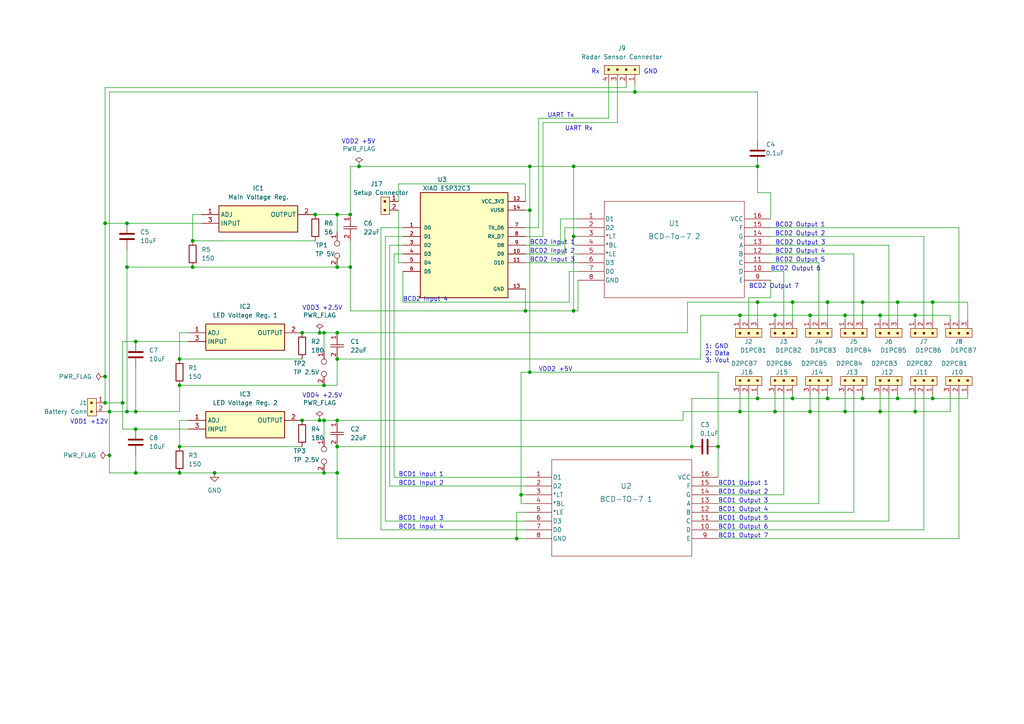
<source format=kicad_sch>
(kicad_sch (version 20230121) (generator eeschema)
  (paper "A4")
  (title_block (title "SDP25 Team18 Main PCB") (date "2024-10-25") (rev "1") (company "UMass Amherst") (comment 1 "Designed by Nathan Robinson") (comment 2 "Sam Chicoine") (comment 3 "Alex Johnson") (comment 4 "Kyle Greenwood"))
  (lib_symbols
    (symbol "113991054:113991054" (pin_names (offset 1.016))
      (property "Reference" "U" (at -12.7 16.002 0))
      (property "Value" "113991054" (at -12.7 -17.78 0))
      (symbol "113991054_0_0"
        (pin bidirectional line (at -17.78 5.08 0) (length 5.08) (name "D0") (number "1"))
        (pin bidirectional line (at 17.78 -2.54 180) (length 5.08) (name "D9") (number "10"))
        (pin bidirectional line (at 17.78 -5.08 180) (length 5.08) (name "D10") (number "11"))
        (pin power_in line (at 17.78 12.7 180) (length 5.08) (name "VCC_3V3") (number "12"))
        (pin power_in line (at 17.78 -12.7 180) (length 5.08) (name "GND") (number "13"))
        (pin power_in line (at 17.78 10.16 180) (length 5.08) (name "VUSB") (number "14"))
        (pin bidirectional line (at -17.78 2.54 0) (length 5.08) (name "D1") (number "2"))
        (pin bidirectional line (at -17.78 0 0) (length 5.08) (name "D2") (number "3"))
        (pin bidirectional line (at -17.78 -2.54 0) (length 5.08) (name "D3") (number "4"))
        (pin bidirectional line (at -17.78 -5.08 0) (length 5.08) (name "D4") (number "5"))
        (pin bidirectional line (at -17.78 -7.62 0) (length 5.08) (name "D5") (number "6"))
        (pin bidirectional line (at 17.78 5.08 180) (length 5.08) (name "TX_D6") (number "7"))
        (pin bidirectional line (at 17.78 2.54 180) (length 5.08) (name "RX_D7") (number "8"))
        (pin bidirectional line (at 17.78 0 180) (length 5.08) (name "D8") (number "9"))
      )
    )
    (symbol "2024-10-17_18-41-22:CD74HCT4511E" (pin_names (offset 0.254))
      (property "Reference" "U1" (at 27.94 -1.27 0))
      (property "Value" "BCD-To-7 2" (at 27.94 -5.08 0))
      (symbol "CD74HCT4511E_0_1"
        (pin input line (at 0 0 0) (length 7.62) (name "D1") (number "1"))
        (pin output line (at 55.88 -15.24 180) (length 7.62) (name "D") (number "10"))
        (pin output line (at 55.88 -12.7 180) (length 7.62) (name "C") (number "11"))
        (pin output line (at 55.88 -10.16 180) (length 7.62) (name "B") (number "12"))
        (pin output line (at 55.88 -7.62 180) (length 7.62) (name "A") (number "13"))
        (pin output line (at 55.88 -5.08 180) (length 7.62) (name "G") (number "14"))
        (pin output line (at 55.88 -2.54 180) (length 7.62) (name "F") (number "15"))
        (pin power_in line (at 55.88 0 180) (length 7.62) (name "VCC") (number "16"))
        (pin input line (at 0 -2.54 0) (length 7.62) (name "D2") (number "2"))
        (pin input line (at 0 -5.08 0) (length 7.62) (name "*LT") (number "3"))
        (pin input line (at 0 -7.62 0) (length 7.62) (name "*BL") (number "4"))
        (pin input line (at 0 -10.16 0) (length 7.62) (name "*LE") (number "5"))
        (pin input line (at 0 -12.7 0) (length 7.62) (name "D3") (number "6"))
        (pin input line (at 0 -15.24 0) (length 7.62) (name "D0") (number "7"))
        (pin power_in line (at 0 -17.78 0) (length 7.62) (name "GND") (number "8"))
        (pin output line (at 55.88 -17.78 180) (length 7.62) (name "E") (number "9"))
      )
    )
    (symbol "AZ1084CD-ADJTRG1:AZ1084CD-ADJTRG1"
      (property "Reference" "IC" (at 29.21 7.62 0))
      (property "Value" "AZ1084CD-ADJTRG1" (at 29.21 5.08 0))
      (symbol "AZ1084CD-ADJTRG1_1_1"
        (pin passive line (at 0 0 0) (length 5.08) (name "ADJ") (number "1"))
        (pin passive line (at 33.02 0 180) (length 5.08) (name "OUTPUT") (number "2"))
        (pin passive line (at 0 -2.54 0) (length 5.08) (name "INPUT") (number "3"))
      )
    )
    (symbol "CD74HCT4511E_1" (pin_names (offset 0.254))
      (property "Reference" "U2" (at 29.21 -2.54 0))
      (property "Value" "BCD-TO-7 1" (at 29.21 -6.35 0))
      (symbol "CD74HCT4511E_1_0_1"
        (pin input line (at 0 0 0) (length 7.62) (name "D1") (number "1"))
        (pin output line (at 55.88 -15.24 180) (length 7.62) (name "D") (number "10"))
        (pin output line (at 55.88 -12.7 180) (length 7.62) (name "C") (number "11"))
        (pin output line (at 55.88 -10.16 180) (length 7.62) (name "B") (number "12"))
        (pin output line (at 55.88 -7.62 180) (length 7.62) (name "A") (number "13"))
        (pin output line (at 55.88 -5.08 180) (length 7.62) (name "G") (number "14"))
        (pin output line (at 55.88 -2.54 180) (length 7.62) (name "F") (number "15"))
        (pin power_in line (at 55.88 0 180) (length 7.62) (name "VCC") (number "16"))
        (pin input line (at 0 -2.54 0) (length 7.62) (name "D2") (number "2"))
        (pin input line (at 0 -5.08 0) (length 7.62) (name "*LT") (number "3"))
        (pin input line (at 0 -7.62 0) (length 7.62) (name "*BL") (number "4"))
        (pin input line (at 0 -10.16 0) (length 7.62) (name "*LE") (number "5"))
        (pin input line (at 0 -12.7 0) (length 7.62) (name "D3") (number "6"))
        (pin input line (at 0 -15.24 0) (length 7.62) (name "D0") (number "7"))
        (pin power_in line (at 0 -17.78 0) (length 7.62) (name "GND") (number "8"))
        (pin output line (at 55.88 -17.78 180) (length 7.62) (name "E") (number "9"))
      )
    )
    (symbol "Connector:TestPoint_2Pole" (pin_names (offset 0.762) hide)
      (property "Reference" "TP" (at 0 1.524 0))
      (property "Value" "TestPoint_2Pole" (at 0 -1.778 0))
      (symbol "TestPoint_2Pole_0_1"
        (pin passive line (at -5.08 0 0) (length 2.54) (name "1") (number "1"))
        (pin passive line (at 5.08 0 180) (length 2.54) (name "2") (number "2"))
      )
    )
    (symbol "Device:C" (pin_numbers hide) (pin_names (offset 0.254))
      (property "Reference" "C" (at 0.635 2.54 0))
      (property "Value" "C" (at 0.635 -2.54 0))
      (symbol "C_1_1"
        (pin passive line (at 0 3.81 270) (length 2.794) (name "~") (number "1"))
        (pin passive line (at 0 -3.81 90) (length 2.794) (name "~") (number "2"))
      )
    )
    (symbol "Device:R" (pin_numbers hide) (pin_names (offset 0))
      (property "Reference" "R" (at 2.032 0 90))
      (property "Value" "R" (at 0 0 90))
      (symbol "R_1_1"
        (pin passive line (at 0 3.81 270) (length 1.27) (name "~") (number "1"))
        (pin passive line (at 0 -3.81 90) (length 1.27) (name "~") (number "2"))
      )
    )
    (symbol "EEAGA1H220:EEAGA1H220" (pin_names (offset 0.254))
      (property "Reference" "C" (at 3.81 3.81 0))
      (property "Value" "EEAGA1H220" (at 3.81 -3.81 0))
      (symbol "EEAGA1H220_1_1"
        (pin unspecified line (at 0 0 0) (length 2.54) (name "") (number "1"))
        (pin unspecified line (at 7.62 0 180) (length 2.54) (name "") (number "2"))
      )
    )
    (symbol "dk_Rectangular-Connectors-Headers-Male-Pins:B2B-XH-A_LF__SN_" (pin_names (offset 1.016))
      (property "Reference" "J" (at -2.54 -1.27 0))
      (property "Value" "B2B-XH-A_LF__SN_" (at 1.27 -3.81 0))
      (symbol "B2B-XH-A_LF__SN__1_1"
        (pin passive line (at 0 2.54 270) (length 2.54) (name "~") (number "1"))
        (pin passive line (at 2.54 2.54 270) (length 2.54) (name "~") (number "2"))
      )
    )
    (symbol "dk_Rectangular-Connectors-Headers-Male-Pins:B3B-XH-A_LF__SN_" (pin_names (offset 1.016) hide)
      (property "Reference" "J" (at -2.54 -1.27 0))
      (property "Value" "B3B-XH-A_LF__SN_" (at 2.54 -3.81 0))
      (symbol "B3B-XH-A_LF__SN__1_1"
        (pin passive line (at 0 2.54 270) (length 2.54) (name "~") (number "1"))
        (pin passive line (at 2.54 2.54 270) (length 2.54) (name "~") (number "2"))
        (pin passive line (at 5.08 2.54 270) (length 2.54) (name "~") (number "3"))
      )
    )
    (symbol "dk_Rectangular-Connectors-Headers-Male-Pins:B4B-XH-A_LF__SN_" (pin_names (offset 1.016))
      (property "Reference" "J" (at -2.54 -1.27 0))
      (property "Value" "B4B-XH-A_LF__SN_" (at 3.81 -3.81 0))
      (symbol "B4B-XH-A_LF__SN__1_1"
        (pin passive line (at 0 2.54 270) (length 2.54) (name "~") (number "1"))
        (pin passive line (at 2.54 2.54 270) (length 2.54) (name "~") (number "2"))
        (pin passive line (at 5.08 2.54 270) (length 2.54) (name "~") (number "3"))
        (pin passive line (at 7.62 2.54 270) (length 2.54) (name "~") (number "4"))
      )
    )
    (symbol "dk_Rectangular-Connectors-Headers-Male-Pins:M20-9990246" (pin_names (offset 1.016))
      (property "Reference" "J" (at -2.54 1.27 0))
      (property "Value" "M20-9990246" (at 1.27 -3.81 0))
      (symbol "M20-9990246_1_1"
        (pin passive line (at 0 2.54 270) (length 2.54) (name "~") (number "1"))
        (pin passive line (at 2.54 2.54 270) (length 2.54) (name "~") (number "2"))
      )
    )
    (symbol "power:GND" (power) (pin_names (offset 0))
      (property "Value" "GND" (at 0 -3.81 0))
      (symbol "GND_1_1"
        (pin power_in line (at 0 0 270) (length 0) hide (name "GND") (number "1"))
      )
    )
    (symbol "power:PWR_FLAG" (power) (pin_numbers hide) (pin_names (offset 0) hide)
      (property "Value" "PWR_FLAG" (at 0 3.81 0))
      (symbol "PWR_FLAG_0_0"
        (pin power_out line (at 0 0 90) (length 0) (name "pwr") (number "1"))
      )
    )
  )
  (junction (at 97.79 62.23))
  (junction (at 240.03 115.57))
  (junction (at 52.07 129.54))
  (junction (at 101.6 62.23))
  (junction (at 104.14 48.26))
  (junction (at 55.88 77.47))
  (junction (at 219.71 115.57))
  (junction (at 240.03 87.63))
  (junction (at 36.83 77.47))
  (junction (at 149.86 156.21))
  (junction (at 153.67 60.96))
  (junction (at 92.71 96.52))
  (junction (at 224.79 119.38))
  (junction (at 270.51 87.63))
  (junction (at 208.28 129.54))
  (junction (at 30.48 109.22))
  (junction (at 184.15 26.67))
  (junction (at 260.35 87.63))
  (junction (at 30.48 116.84))
  (junction (at 93.98 137.16))
  (junction (at 166.37 90.17))
  (junction (at 255.27 119.38))
  (junction (at 166.37 68.58))
  (junction (at 214.63 91.44))
  (junction (at 245.11 91.44))
  (junction (at 62.23 137.16))
  (junction (at 245.11 119.38))
  (junction (at 255.27 91.44))
  (junction (at 39.37 119.38))
  (junction (at 87.63 96.52))
  (junction (at 93.98 121.92))
  (junction (at 93.98 111.76))
  (junction (at 152.4 90.17))
  (junction (at 35.56 116.84))
  (junction (at 265.43 91.44))
  (junction (at 219.71 48.26))
  (junction (at 55.88 69.85))
  (junction (at 97.79 137.16))
  (junction (at 234.95 91.44))
  (junction (at 250.19 87.63))
  (junction (at 265.43 119.38))
  (junction (at 36.83 119.38))
  (junction (at 224.79 91.44))
  (junction (at 92.71 121.92))
  (junction (at 31.75 119.38))
  (junction (at 39.37 137.16))
  (junction (at 97.79 96.52))
  (junction (at 200.66 129.54))
  (junction (at 93.98 96.52))
  (junction (at 229.87 87.63))
  (junction (at 97.79 129.54))
  (junction (at 153.67 48.26))
  (junction (at 229.87 115.57))
  (junction (at 91.44 62.23))
  (junction (at 97.79 77.47))
  (junction (at 101.6 77.47))
  (junction (at 52.07 137.16))
  (junction (at 151.13 143.51))
  (junction (at 97.79 121.92))
  (junction (at 39.37 124.46))
  (junction (at 97.79 104.14))
  (junction (at 153.67 107.95))
  (junction (at 260.35 115.57))
  (junction (at 52.07 104.14))
  (junction (at 166.37 48.26))
  (junction (at 39.37 99.06))
  (junction (at 87.63 121.92))
  (junction (at 270.51 115.57))
  (junction (at 250.19 115.57))
  (junction (at 36.83 64.77))
  (junction (at 52.07 111.76))
  (junction (at 30.48 64.77))
  (junction (at 214.63 119.38))
  (junction (at 219.71 87.63))
  (junction (at 31.75 132.08))
  (junction (at 234.95 119.38))
  (wire (pts (xy 219.71 114.3) (xy 219.71 115.57)))
  (wire (pts (xy 91.44 62.23) (xy 97.79 62.23)))
  (wire (pts (xy 101.6 69.85) (xy 101.6 77.47)))
  (wire (pts (xy 223.52 76.2) (xy 237.49 76.2)))
  (wire (pts (xy 223.52 63.5) (xy 223.52 55.88)))
  (wire (pts (xy 237.49 76.2) (xy 237.49 92.71)))
  (wire (pts (xy 152.4 71.12) (xy 162.56 71.12)))
  (wire (pts (xy 104.14 48.26) (xy 153.67 48.26)))
  (wire (pts (xy 227.33 114.3) (xy 227.33 143.51)))
  (wire (pts (xy 219.71 87.63) (xy 219.71 92.71)))
  (wire (pts (xy 36.83 72.39) (xy 36.83 77.47)))
  (wire (pts (xy 234.95 114.3) (xy 234.95 119.38)))
  (wire (pts (xy 31.75 26.67) (xy 31.75 119.38)))
  (wire (pts (xy 257.81 151.13) (xy 208.28 151.13)))
  (wire (pts (xy 250.19 114.3) (xy 250.19 115.57)))
  (wire (pts (xy 280.67 114.3) (xy 280.67 115.57)))
  (wire (pts (xy 152.4 66.04) (xy 156.21 66.04)))
  (wire (pts (xy 275.59 119.38) (xy 265.43 119.38)))
  (wire (pts (xy 152.4 76.2) (xy 167.64 76.2)))
  (wire (pts (xy 93.98 121.92) (xy 97.79 121.92)))
  (wire (pts (xy 30.48 64.77) (xy 36.83 64.77)))
  (wire (pts (xy 149.86 156.21) (xy 152.4 156.21)))
  (wire (pts (xy 62.23 137.16) (xy 93.98 137.16)))
  (wire (pts (xy 39.37 99.06) (xy 54.61 99.06)))
  (wire (pts (xy 166.37 48.26) (xy 166.37 68.58)))
  (wire (pts (xy 116.84 71.12) (xy 113.03 71.12)))
  (wire (pts (xy 219.71 87.63) (xy 199.39 87.63)))
  (wire (pts (xy 55.88 77.47) (xy 97.79 77.47)))
  (wire (pts (xy 223.52 78.74) (xy 227.33 78.74)))
  (wire (pts (xy 97.79 77.47) (xy 101.6 77.47)))
  (wire (pts (xy 257.81 71.12) (xy 257.81 92.71)))
  (wire (pts (xy 265.43 91.44) (xy 275.59 91.44)))
  (wire (pts (xy 237.49 146.05) (xy 208.28 146.05)))
  (wire (pts (xy 97.79 62.23) (xy 97.79 67.31)))
  (wire (pts (xy 153.67 48.26) (xy 166.37 48.26)))
  (wire (pts (xy 163.83 66.04) (xy 167.64 66.04)))
  (wire (pts (xy 260.35 115.57) (xy 250.19 115.57)))
  (wire (pts (xy 275.59 92.71) (xy 275.59 91.44)))
  (wire (pts (xy 270.51 92.71) (xy 270.51 87.63)))
  (wire (pts (xy 153.67 107.95) (xy 208.28 107.95)))
  (wire (pts (xy 184.15 24.13) (xy 184.15 26.67)))
  (wire (pts (xy 224.79 91.44) (xy 224.79 92.71)))
  (wire (pts (xy 165.1 78.74) (xy 165.1 87.63)))
  (wire (pts (xy 280.67 87.63) (xy 270.51 87.63)))
  (wire (pts (xy 54.61 121.92) (xy 52.07 121.92)))
  (wire (pts (xy 35.56 99.06) (xy 39.37 99.06)))
  (wire (pts (xy 203.2 91.44) (xy 203.2 104.14)))
  (wire (pts (xy 152.4 83.82) (xy 152.4 90.17)))
  (wire (pts (xy 110.49 66.04) (xy 110.49 153.67)))
  (wire (pts (xy 115.57 60.96) (xy 115.57 76.2)))
  (wire (pts (xy 36.83 77.47) (xy 36.83 119.38)))
  (wire (pts (xy 36.83 119.38) (xy 31.75 119.38)))
  (wire (pts (xy 55.88 69.85) (xy 91.44 69.85)))
  (wire (pts (xy 280.67 115.57) (xy 270.51 115.57)))
  (wire (pts (xy 227.33 143.51) (xy 208.28 143.51)))
  (wire (pts (xy 52.07 111.76) (xy 93.98 111.76)))
  (wire (pts (xy 278.13 156.21) (xy 278.13 114.3)))
  (wire (pts (xy 223.52 81.28) (xy 223.52 86.36)))
  (wire (pts (xy 52.07 111.76) (xy 52.07 119.38)))
  (wire (pts (xy 116.84 68.58) (xy 111.76 68.58)))
  (wire (pts (xy 52.07 96.52) (xy 52.07 104.14)))
  (wire (pts (xy 97.79 104.14) (xy 97.79 111.76)))
  (wire (pts (xy 214.63 119.38) (xy 214.63 114.3)))
  (wire (pts (xy 167.64 73.66) (xy 166.37 73.66)))
  (wire (pts (xy 208.28 148.59) (xy 247.65 148.59)))
  (wire (pts (xy 166.37 90.17) (xy 167.64 90.17)))
  (wire (pts (xy 265.43 114.3) (xy 265.43 119.38)))
  (wire (pts (xy 153.67 60.96) (xy 153.67 107.95)))
  (wire (pts (xy 151.13 107.95) (xy 153.67 107.95)))
  (wire (pts (xy 114.3 73.66) (xy 114.3 138.43)))
  (wire (pts (xy 157.48 68.58) (xy 157.48 35.56)))
  (wire (pts (xy 208.28 129.54) (xy 208.28 138.43)))
  (wire (pts (xy 219.71 115.57) (xy 200.66 115.57)))
  (wire (pts (xy 245.11 119.38) (xy 234.95 119.38)))
  (wire (pts (xy 166.37 73.66) (xy 166.37 90.17)))
  (wire (pts (xy 208.28 140.97) (xy 217.17 140.97)))
  (wire (pts (xy 97.79 137.16) (xy 97.79 156.21)))
  (wire (pts (xy 167.64 68.58) (xy 166.37 68.58)))
  (wire (pts (xy 267.97 68.58) (xy 267.97 92.71)))
  (wire (pts (xy 224.79 114.3) (xy 224.79 119.38)))
  (wire (pts (xy 30.48 116.84) (xy 35.56 116.84)))
  (wire (pts (xy 166.37 48.26) (xy 219.71 48.26)))
  (wire (pts (xy 111.76 151.13) (xy 152.4 151.13)))
  (wire (pts (xy 52.07 129.54) (xy 87.63 129.54)))
  (wire (pts (xy 270.51 87.63) (xy 260.35 87.63)))
  (wire (pts (xy 240.03 114.3) (xy 240.03 115.57)))
  (wire (pts (xy 250.19 87.63) (xy 240.03 87.63)))
  (wire (pts (xy 240.03 115.57) (xy 229.87 115.57)))
  (wire (pts (xy 245.11 114.3) (xy 245.11 119.38)))
  (wire (pts (xy 30.48 25.4) (xy 30.48 64.77)))
  (wire (pts (xy 176.53 34.29) (xy 176.53 24.13)))
  (wire (pts (xy 30.48 64.77) (xy 30.48 109.22)))
  (wire (pts (xy 184.15 26.67) (xy 31.75 26.67)))
  (wire (pts (xy 278.13 66.04) (xy 278.13 92.71)))
  (wire (pts (xy 151.13 143.51) (xy 151.13 107.95)))
  (wire (pts (xy 31.75 132.08) (xy 31.75 137.16)))
  (wire (pts (xy 245.11 91.44) (xy 255.27 91.44)))
  (wire (pts (xy 113.03 140.97) (xy 152.4 140.97)))
  (wire (pts (xy 93.98 96.52) (xy 93.98 101.6)))
  (wire (pts (xy 223.52 71.12) (xy 257.81 71.12)))
  (wire (pts (xy 30.48 109.22) (xy 30.48 116.84)))
  (wire (pts (xy 93.98 111.76) (xy 97.79 111.76)))
  (wire (pts (xy 217.17 86.36) (xy 217.17 92.71)))
  (wire (pts (xy 36.83 119.38) (xy 39.37 119.38)))
  (wire (pts (xy 257.81 114.3) (xy 257.81 151.13)))
  (wire (pts (xy 92.71 96.52) (xy 93.98 96.52)))
  (wire (pts (xy 166.37 68.58) (xy 166.37 71.12)))
  (wire (pts (xy 260.35 87.63) (xy 250.19 87.63)))
  (wire (pts (xy 214.63 91.44) (xy 224.79 91.44)))
  (wire (pts (xy 165.1 87.63) (xy 116.84 87.63)))
  (wire (pts (xy 116.84 76.2) (xy 115.57 76.2)))
  (wire (pts (xy 229.87 92.71) (xy 229.87 87.63)))
  (wire (pts (xy 114.3 138.43) (xy 152.4 138.43)))
  (wire (pts (xy 116.84 87.63) (xy 116.84 78.74)))
  (wire (pts (xy 39.37 119.38) (xy 52.07 119.38)))
  (wire (pts (xy 87.63 121.92) (xy 92.71 121.92)))
  (wire (pts (xy 208.28 156.21) (xy 278.13 156.21)))
  (wire (pts (xy 156.21 66.04) (xy 156.21 34.29)))
  (wire (pts (xy 224.79 119.38) (xy 214.63 119.38)))
  (wire (pts (xy 181.61 24.13) (xy 181.61 25.4)))
  (wire (pts (xy 219.71 48.26) (xy 219.71 55.88)))
  (wire (pts (xy 234.95 119.38) (xy 224.79 119.38)))
  (wire (pts (xy 275.59 114.3) (xy 275.59 119.38)))
  (wire (pts (xy 166.37 71.12) (xy 167.64 71.12)))
  (wire (pts (xy 265.43 119.38) (xy 255.27 119.38)))
  (wire (pts (xy 214.63 91.44) (xy 214.63 92.71)))
  (wire (pts (xy 97.79 129.54) (xy 97.79 137.16)))
  (wire (pts (xy 31.75 119.38) (xy 30.48 119.38)))
  (wire (pts (xy 234.95 91.44) (xy 234.95 92.71)))
  (wire (pts (xy 93.98 121.92) (xy 93.98 127)))
  (wire (pts (xy 227.33 78.74) (xy 227.33 92.71)))
  (wire (pts (xy 31.75 137.16) (xy 39.37 137.16)))
  (wire (pts (xy 115.57 53.34) (xy 152.4 53.34)))
  (wire (pts (xy 250.19 115.57) (xy 240.03 115.57)))
  (wire (pts (xy 179.07 24.13) (xy 179.07 35.56)))
  (wire (pts (xy 149.86 148.59) (xy 149.86 156.21)))
  (wire (pts (xy 115.57 53.34) (xy 115.57 58.42)))
  (wire (pts (xy 163.83 73.66) (xy 163.83 66.04)))
  (wire (pts (xy 255.27 91.44) (xy 255.27 92.71)))
  (wire (pts (xy 214.63 119.38) (xy 198.12 119.38)))
  (wire (pts (xy 229.87 115.57) (xy 229.87 114.3)))
  (wire (pts (xy 219.71 55.88) (xy 223.52 55.88)))
  (wire (pts (xy 116.84 73.66) (xy 114.3 73.66)))
  (wire (pts (xy 52.07 121.92) (xy 52.07 129.54)))
  (wire (pts (xy 223.52 73.66) (xy 247.65 73.66)))
  (wire (pts (xy 152.4 143.51) (xy 151.13 143.51)))
  (wire (pts (xy 152.4 73.66) (xy 163.83 73.66)))
  (wire (pts (xy 152.4 68.58) (xy 157.48 68.58)))
  (wire (pts (xy 223.52 68.58) (xy 267.97 68.58)))
  (wire (pts (xy 162.56 71.12) (xy 162.56 63.5)))
  (wire (pts (xy 200.66 129.54) (xy 97.79 129.54)))
  (wire (pts (xy 260.35 114.3) (xy 260.35 115.57)))
  (wire (pts (xy 217.17 114.3) (xy 217.17 140.97)))
  (wire (pts (xy 237.49 114.3) (xy 237.49 146.05)))
  (wire (pts (xy 101.6 90.17) (xy 101.6 77.47)))
  (wire (pts (xy 265.43 91.44) (xy 265.43 92.71)))
  (wire (pts (xy 92.71 121.92) (xy 93.98 121.92)))
  (wire (pts (xy 157.48 35.56) (xy 179.07 35.56)))
  (wire (pts (xy 39.37 137.16) (xy 52.07 137.16)))
  (wire (pts (xy 224.79 91.44) (xy 234.95 91.44)))
  (wire (pts (xy 156.21 34.29) (xy 176.53 34.29)))
  (wire (pts (xy 36.83 77.47) (xy 55.88 77.47)))
  (wire (pts (xy 255.27 119.38) (xy 245.11 119.38)))
  (wire (pts (xy 247.65 148.59) (xy 247.65 114.3)))
  (wire (pts (xy 52.07 104.14) (xy 87.63 104.14)))
  (wire (pts (xy 208.28 153.67) (xy 267.97 153.67)))
  (wire (pts (xy 167.64 81.28) (xy 167.64 90.17)))
  (wire (pts (xy 54.61 96.52) (xy 52.07 96.52)))
  (wire (pts (xy 116.84 66.04) (xy 110.49 66.04)))
  (wire (pts (xy 240.03 92.71) (xy 240.03 87.63)))
  (wire (pts (xy 152.4 90.17) (xy 166.37 90.17)))
  (wire (pts (xy 39.37 132.08) (xy 39.37 137.16)))
  (wire (pts (xy 267.97 153.67) (xy 267.97 114.3)))
  (wire (pts (xy 240.03 87.63) (xy 229.87 87.63)))
  (wire (pts (xy 97.79 121.92) (xy 198.12 121.92)))
  (wire (pts (xy 270.51 115.57) (xy 260.35 115.57)))
  (wire (pts (xy 229.87 87.63) (xy 219.71 87.63)))
  (wire (pts (xy 208.28 107.95) (xy 208.28 129.54)))
  (wire (pts (xy 39.37 106.68) (xy 39.37 119.38)))
  (wire (pts (xy 152.4 146.05) (xy 151.13 146.05)))
  (wire (pts (xy 200.66 115.57) (xy 200.66 129.54)))
  (wire (pts (xy 58.42 62.23) (xy 55.88 62.23)))
  (wire (pts (xy 39.37 124.46) (xy 54.61 124.46)))
  (wire (pts (xy 260.35 92.71) (xy 260.35 87.63)))
  (wire (pts (xy 111.76 68.58) (xy 111.76 151.13)))
  (wire (pts (xy 247.65 73.66) (xy 247.65 92.71)))
  (wire (pts (xy 223.52 86.36) (xy 217.17 86.36)))
  (wire (pts (xy 153.67 48.26) (xy 153.67 60.96)))
  (wire (pts (xy 97.79 62.23) (xy 101.6 62.23)))
  (wire (pts (xy 55.88 62.23) (xy 55.88 69.85)))
  (wire (pts (xy 113.03 71.12) (xy 113.03 140.97)))
  (wire (pts (xy 87.63 96.52) (xy 92.71 96.52)))
  (wire (pts (xy 219.71 40.64) (xy 219.71 26.67)))
  (wire (pts (xy 203.2 104.14) (xy 97.79 104.14)))
  (wire (pts (xy 214.63 91.44) (xy 203.2 91.44)))
  (wire (pts (xy 152.4 53.34) (xy 152.4 58.42)))
  (wire (pts (xy 93.98 96.52) (xy 97.79 96.52)))
  (wire (pts (xy 223.52 66.04) (xy 278.13 66.04)))
  (wire (pts (xy 35.56 116.84) (xy 35.56 124.46)))
  (wire (pts (xy 101.6 48.26) (xy 101.6 62.23)))
  (wire (pts (xy 250.19 92.71) (xy 250.19 87.63)))
  (wire (pts (xy 270.51 114.3) (xy 270.51 115.57)))
  (wire (pts (xy 199.39 87.63) (xy 199.39 96.52)))
  (wire (pts (xy 93.98 137.16) (xy 97.79 137.16)))
  (wire (pts (xy 31.75 119.38) (xy 31.75 132.08)))
  (wire (pts (xy 101.6 90.17) (xy 152.4 90.17)))
  (wire (pts (xy 151.13 143.51) (xy 151.13 146.05)))
  (wire (pts (xy 162.56 63.5) (xy 167.64 63.5)))
  (wire (pts (xy 52.07 137.16) (xy 62.23 137.16)))
  (wire (pts (xy 97.79 156.21) (xy 149.86 156.21)))
  (wire (pts (xy 245.11 91.44) (xy 245.11 92.71)))
  (wire (pts (xy 255.27 91.44) (xy 265.43 91.44)))
  (wire (pts (xy 101.6 48.26) (xy 104.14 48.26)))
  (wire (pts (xy 153.67 60.96) (xy 152.4 60.96)))
  (wire (pts (xy 35.56 116.84) (xy 35.56 99.06)))
  (wire (pts (xy 97.79 96.52) (xy 199.39 96.52)))
  (wire (pts (xy 152.4 148.59) (xy 149.86 148.59)))
  (wire (pts (xy 167.64 78.74) (xy 165.1 78.74)))
  (wire (pts (xy 36.83 64.77) (xy 58.42 64.77)))
  (wire (pts (xy 152.4 153.67) (xy 110.49 153.67)))
  (wire (pts (xy 219.71 115.57) (xy 229.87 115.57)))
  (wire (pts (xy 198.12 119.38) (xy 198.12 121.92)))
  (wire (pts (xy 181.61 25.4) (xy 30.48 25.4)))
  (wire (pts (xy 35.56 124.46) (xy 39.37 124.46)))
  (wire (pts (xy 280.67 92.71) (xy 280.67 87.63)))
  (wire (pts (xy 255.27 114.3) (xy 255.27 119.38)))
  (wire (pts (xy 219.71 26.67) (xy 184.15 26.67)))
  (wire (pts (xy 234.95 91.44) (xy 245.11 91.44)))
  (text "BCD2 Output 2" (at 224.79 68.58 0) (effects (font (size 1.27 1.27)) (justify left bottom)))
  (text "VDD2 +5V" (at 99.06 41.91 0) (effects (font (size 1.27 1.27)) (justify left bottom)))
  (text "GND\n" (at 186.69 21.59 0) (effects (font (size 1.27 1.27)) (justify left bottom)))
  (text "BCD2 Output 5" (at 224.79 76.2 0) (effects (font (size 1.27 1.27)) (justify left bottom)))
  (text "BCD1 Input 4" (at 115.57 153.67 0) (effects (font (size 1.27 1.27)) (justify left bottom)))
  (text "1: GND\n2: Data\n3: Vout\n" (at 204.47 105.41 0) (effects (font (size 1.27 1.27)) (justify left bottom)))
  (text "BCD1 Output 7" (at 208.28 156.21 0) (effects (font (size 1.27 1.27)) (justify left bottom)))
  (text "Rx" (at 171.45 21.59 0) (effects (font (size 1.27 1.27)) (justify left bottom)))
  (text "VDD4 +2.5V" (at 87.63 115.57 0) (effects (font (size 1.27 1.27)) (justify left bottom)))
  (text "BCD1 Output 2" (at 208.28 143.51 0) (effects (font (size 1.27 1.27)) (justify left bottom)))
  (text "BCD1 Output 3" (at 208.28 146.05 0) (effects (font (size 1.27 1.27)) (justify left bottom)))
  (text "VDD2 +5V" (at 156.21 107.95 0) (effects (font (size 1.27 1.27)) (justify left bottom)))
  (text "BCD2 Output 1" (at 224.79 66.04 0) (effects (font (size 1.27 1.27)) (justify left bottom)))
  (text "BCD2 Input 2" (at 153.67 73.66 0) (effects (font (size 1.27 1.27)) (justify left bottom)))
  (text "VDD3 +2.5V" (at 87.63 90.17 0) (effects (font (size 1.27 1.27)) (justify left bottom)))
  (text "BCD2 Output 3" (at 224.8794 71.1897 0) (effects (font (size 1.27 1.27)) (justify left bottom)))
  (text "UART Rx" (at 163.83 38.1 0) (effects (font (size 1.27 1.27)) (justify left bottom)))
  (text "UART Tx" (at 158.75 34.29 0) (effects (font (size 1.27 1.27)) (justify left bottom)))
  (text "BCD2 Input 4" (at 116.84 87.63 0) (effects (font (size 1.27 1.27)) (justify left bottom)))
  (text "BCD1 Input 3" (at 115.57 151.13 0) (effects (font (size 1.27 1.27)) (justify left bottom)))
  (text "BCD2 Input 3" (at 153.67 76.2 0) (effects (font (size 1.27 1.27)) (justify left bottom)))
  (text "BCD2 Output 4" (at 224.79 73.66 0) (effects (font (size 1.27 1.27)) (justify left bottom)))
  (text "BCD1 Output 4" (at 208.28 148.59 0) (effects (font (size 1.27 1.27)) (justify left bottom)))
  (text "VDD1 +12V" (at 20.32 123.19 0) (effects (font (size 1.27 1.27)) (justify left bottom)))
  (text "BCD2 Input 1" (at 153.67 71.12 0) (effects (font (size 1.27 1.27)) (justify left bottom)))
  (text "BCD2 Output 6" (at 223.52 78.74 0) (effects (font (size 1.27 1.27)) (justify left bottom)))
  (text "BCD1 Output 1" (at 208.28 140.97 0) (effects (font (size 1.27 1.27)) (justify left bottom)))
  (text "BCD1 Output 5" (at 208.28 151.13 0) (effects (font (size 1.27 1.27)) (justify left bottom)))
  (text "BCD1 Input 2" (at 115.57 140.97 0) (effects (font (size 1.27 1.27)) (justify left bottom)))
  (text "BCD1 Output 6" (at 208.28 153.67 0) (effects (font (size 1.27 1.27)) (justify left bottom)))
  (text "BCD2 Output 7" (at 217.17 83.82 0) (effects (font (size 1.27 1.27)) (justify left bottom)))
  (text "BCD1 Input 1" (at 115.57 138.43 0) (effects (font (size 1.27 1.27)) (justify left bottom)))
  (symbol (lib_id "EEAGA1H220:EEAGA1H220") (at 97.79 121.92 270) (unit 1)
    (property "Reference" "C2" (at 101.6 124.46 90) (effects (justify left)))
    (property "Value" "22uF" (at 101.6 127 90) (effects (justify left)))
    (property "Footprint" "EEAGA1H220:CAP_PAN_8X7_PAN" (effects hide))
    (property "Datasheet" "EEAGA1H220" (effects hide))
  )
  (symbol (lib_name "CD74HCT4511E_1") (lib_id "2024-10-17_18-41-22:CD74HCT4511E") (at 152.4 138.43 0) (unit 1)
    (property "Reference" "U2" (at 181.61 140.97 0) (effects (font (size 1.524 1.524))))
    (property "Value" "BCD-TO-7 1" (at 181.61 144.78 0) (effects (font (size 1.524 1.524))))
    (property "Footprint" "CD74HCT4511E:N16" (effects hide))
    (property "Datasheet" "CD74HCT4511E" (effects hide))
  )
  (symbol (lib_id "dk_Rectangular-Connectors-Headers-Male-Pins:M20-9990246") (at 27.94 116.84 270) (unit 1)
    (property "Reference" "J1" (at 24.13 116.84 90))
    (property "Value" "Battery Conn" (at 19.05 119.38 90))
    (property "Footprint" "digikey-footprints:PinHeader_1x2_P2.54mm" (effects hide))
    (property "Datasheet" "https://cdn.harwin.com/pdfs/M20-999.pdf" (effects hide))
    (property "Digi-Key_PN" "952-2262-ND" (effects hide))
    (property "MPN" "M20-9990246" (effects hide))
    (property "Category" "Connectors, Interconnects" (effects hide))
    (property "Family" "Rectangular Connectors - Headers, Male Pins" (effects hide))
    (property "DK_Datasheet_Link" "https://cdn.harwin.com/pdfs/M20-999.pdf" (effects hide))
    (property "DK_Detail_Page" "/product-detail/en/harwin-inc/M20-9990246/952-2262-ND/3728226" (effects hide))
    (property "Description" "CONN HEADER VERT 2POS 2.54MM" (effects hide))
    (property "Manufacturer" "Harwin Inc." (effects hide))
    (property "Status" "Active" (effects hide))
  )
  (symbol (lib_id "dk_Rectangular-Connectors-Headers-Male-Pins:B4B-XH-A_LF__SN_") (at 184.15 21.59 180) (unit 1)
    (property "Reference" "J9" (at 180.34 13.97 0))
    (property "Value" "Radar Sensor Connector" (at 180.34 16.51 0))
    (property "Footprint" "digikey-footprints:PinHeader_1x4_P2.5mm_Drill1.1mm" (effects hide))
    (property "Datasheet" "http://www.jst-mfg.com/product/pdf/eng/eXH.pdf" (effects hide))
    (property "Digi-Key_PN" "455-2249-ND" (effects hide))
    (property "MPN" "B4B-XH-A(LF)(SN)" (effects hide))
    (property "Category" "Connectors, Interconnects" (effects hide))
    (property "Family" "Rectangular Connectors - Headers, Male Pins" (effects hide))
    (property "DK_Datasheet_Link" "http://www.jst-mfg.com/product/pdf/eng/eXH.pdf" (effects hide))
    (property "DK_Detail_Page" "/product-detail/en/jst-sales-america-inc/B4B-XH-A(LF)(SN)/455-2249-ND/1651047" (effects hide))
    (property "Description" "CONN HEADER VERT 4POS 2.5MM" (effects hide))
    (property "Manufacturer" "JST Sales America Inc." (effects hide))
    (property "Status" "Active" (effects hide))
  )
  (symbol (lib_id "Device:R") (at 87.63 100.33 0) (unit 1)
    (property "Reference" "R2" (at 90.17 99.06 0) (effects (justify left)))
    (property "Value" "180" (at 90.17 101.6 0) (effects (justify left)))
    (property "Footprint" "Resistor_THT:R_Axial_DIN0207_L6.3mm_D2.5mm_P2.54mm_Vertical" (effects hide))
  )
  (symbol (lib_id "power:PWR_FLAG") (at 92.71 96.52 0) (unit 1)
    (property "Reference" "#FLG03" (effects hide))
    (property "Value" "PWR_FLAG" (at 92.71 91.44 0))
  )
  (symbol (lib_id "Connector:TestPoint_2Pole") (at 97.79 72.39 270) (unit 1)
    (property "Reference" "TP1" (at 91.44 71.12 90) (effects (justify left)))
    (property "Value" "TP 5V" (at 91.44 73.66 90) (effects (justify left)))
    (property "Footprint" "TestPoint:TestPoint_2Pads_Pitch5.08mm_Drill1.3mm" (effects hide))
  )
  (symbol (lib_id "Device:R") (at 52.07 133.35 0) (unit 1)
    (property "Reference" "R3" (at 54.61 132.08 0) (effects (justify left)))
    (property "Value" "150" (at 54.61 134.62 0) (effects (justify left)))
    (property "Footprint" "Resistor_THT:R_Axial_DIN0207_L6.3mm_D2.5mm_P2.54mm_Vertical" (effects hide))
  )
  (symbol (lib_id "EEAGA1H220:EEAGA1H220") (at 97.79 96.52 270) (unit 1)
    (property "Reference" "C1" (at 101.6 99.06 90) (effects (justify left)))
    (property "Value" "22uF" (at 101.6 101.6 90) (effects (justify left)))
    (property "Footprint" "EEAGA1H220:CAP_PAN_8X7_PAN" (effects hide))
    (property "Datasheet" "EEAGA1H220" (effects hide))
  )
  (symbol (lib_id "dk_Rectangular-Connectors-Headers-Male-Pins:B3B-XH-A_LF__SN_") (at 214.63 95.25 0) (unit 1)
    (property "Reference" "J2" (at 215.9 99.06 0) (effects (justify left)))
    (property "Value" "D1PCB1" (at 214.63 101.6 0) (effects (justify left)))
    (property "Footprint" "digikey-footprints:PinHeader_1x3_P2.5mm_Drill1.1mm" (effects hide))
    (property "Datasheet" "http://www.jst-mfg.com/product/pdf/eng/eXH.pdf" (effects hide))
    (property "Digi-Key_PN" "455-2248-ND" (effects hide))
    (property "MPN" "B3B-XH-A(LF)(SN)" (effects hide))
    (property "Category" "Connectors, Interconnects" (effects hide))
    (property "Family" "Rectangular Connectors - Headers, Male Pins" (effects hide))
    (property "DK_Datasheet_Link" "http://www.jst-mfg.com/product/pdf/eng/eXH.pdf" (effects hide))
    (property "DK_Detail_Page" "/product-detail/en/jst-sales-america-inc/B3B-XH-A(LF)(SN)/455-2248-ND/1651046" (effects hide))
    (property "Description" "CONN HEADER VERT 3POS 2.5MM" (effects hide))
    (property "Manufacturer" "JST Sales America Inc." (effects hide))
    (property "Status" "Active" (effects hide))
  )
  (symbol (lib_id "AZ1084CD-ADJTRG1:AZ1084CD-ADJTRG1") (at 54.61 121.92 0) (unit 1)
    (property "Reference" "IC3" (at 71.12 114.3 0))
    (property "Value" "LED Voltage Reg. 2" (at 71.12 116.84 0))
    (property "Footprint" "AZ1084CDADJTRG1:AZ1084CDADJTRG1" (effects hide))
    (property "Datasheet" "https://www.diodes.com//assets/Datasheets/AZ1084C.pdf" (effects hide))
    (property "Height" "2.527" (effects hide))
    (property "Mouser Part Number" "621-AZ1084CD-ADJTRG1" (effects hide))
    (property "Mouser Price/Stock" "https://www.mouser.co.uk/ProductDetail/Diodes-Incorporated/AZ1084CD-ADJTRG1?qs=FKu9oBikfSnJeRSpRZblQA%3D%3D" (effects hide))
    (property "Manufacturer_Name" "Diodes Incorporated" (effects hide))
    (property "Manufacturer_Part_Number" "AZ1084CD-ADJTRG1" (effects hide))
  )
  (symbol (lib_id "dk_Rectangular-Connectors-Headers-Male-Pins:B3B-XH-A_LF__SN_") (at 229.87 111.76 180) (unit 1)
    (property "Reference" "J15" (at 228.6 107.95 0) (effects (justify left)))
    (property "Value" "D2PCB6" (at 229.87 105.41 0) (effects (justify left)))
    (property "Footprint" "digikey-footprints:PinHeader_1x3_P2.5mm_Drill1.1mm" (effects hide))
    (property "Datasheet" "http://www.jst-mfg.com/product/pdf/eng/eXH.pdf" (effects hide))
    (property "Digi-Key_PN" "455-2248-ND" (effects hide))
    (property "MPN" "B3B-XH-A(LF)(SN)" (effects hide))
    (property "Category" "Connectors, Interconnects" (effects hide))
    (property "Family" "Rectangular Connectors - Headers, Male Pins" (effects hide))
    (property "DK_Datasheet_Link" "http://www.jst-mfg.com/product/pdf/eng/eXH.pdf" (effects hide))
    (property "DK_Detail_Page" "/product-detail/en/jst-sales-america-inc/B3B-XH-A(LF)(SN)/455-2248-ND/1651046" (effects hide))
    (property "Description" "CONN HEADER VERT 3POS 2.5MM" (effects hide))
    (property "Manufacturer" "JST Sales America Inc." (effects hide))
    (property "Status" "Active" (effects hide))
  )
  (symbol (lib_id "Device:C") (at 204.47 129.54 90) (unit 1)
    (property "Reference" "C3" (at 204.47 123.19 90))
    (property "Value" "0.1uF" (at 205.74 125.73 90))
    (property "Footprint" "Capacitor_THT:C_Disc_D5.1mm_W3.2mm_P5.00mm" (effects hide))
  )
  (symbol (lib_id "dk_Rectangular-Connectors-Headers-Male-Pins:B3B-XH-A_LF__SN_") (at 219.71 111.76 180) (unit 1)
    (property "Reference" "J16" (at 218.44 107.95 0) (effects (justify left)))
    (property "Value" "D2PCB7" (at 219.71 105.41 0) (effects (justify left)))
    (property "Footprint" "digikey-footprints:PinHeader_1x3_P2.5mm_Drill1.1mm" (effects hide))
    (property "Datasheet" "http://www.jst-mfg.com/product/pdf/eng/eXH.pdf" (effects hide))
    (property "Digi-Key_PN" "455-2248-ND" (effects hide))
    (property "MPN" "B3B-XH-A(LF)(SN)" (effects hide))
    (property "Category" "Connectors, Interconnects" (effects hide))
    (property "Family" "Rectangular Connectors - Headers, Male Pins" (effects hide))
    (property "DK_Datasheet_Link" "http://www.jst-mfg.com/product/pdf/eng/eXH.pdf" (effects hide))
    (property "DK_Detail_Page" "/product-detail/en/jst-sales-america-inc/B3B-XH-A(LF)(SN)/455-2248-ND/1651046" (effects hide))
    (property "Description" "CONN HEADER VERT 3POS 2.5MM" (effects hide))
    (property "Manufacturer" "JST Sales America Inc." (effects hide))
    (property "Status" "Active" (effects hide))
  )
  (symbol (lib_id "power:PWR_FLAG") (at 30.48 109.22 90) (unit 1)
    (property "Reference" "#FLG01" (effects hide))
    (property "Value" "PWR_FLAG" (at 26.67 109.22 90) (effects (justify left)))
  )
  (symbol (lib_id "AZ1084CD-ADJTRG1:AZ1084CD-ADJTRG1") (at 58.42 62.23 0) (unit 1)
    (property "Reference" "IC1" (at 74.93 54.61 0))
    (property "Value" "Main Voltage Reg." (at 74.93 57.15 0))
    (property "Footprint" "AZ1084CDADJTRG1:AZ1084CDADJTRG1" (effects hide))
    (property "Datasheet" "https://www.diodes.com//assets/Datasheets/AZ1084C.pdf" (effects hide))
    (property "Height" "2.527" (effects hide))
    (property "Mouser Part Number" "621-AZ1084CD-ADJTRG1" (effects hide))
    (property "Mouser Price/Stock" "https://www.mouser.co.uk/ProductDetail/Diodes-Incorporated/AZ1084CD-ADJTRG1?qs=FKu9oBikfSnJeRSpRZblQA%3D%3D" (effects hide))
    (property "Manufacturer_Name" "Diodes Incorporated" (effects hide))
    (property "Manufacturer_Part_Number" "AZ1084CD-ADJTRG1" (effects hide))
  )
  (symbol (lib_id "Device:C") (at 36.83 68.58 0) (unit 1)
    (property "Reference" "C5" (at 40.64 67.31 0) (effects (justify left)))
    (property "Value" "10uF" (at 40.64 69.85 0) (effects (justify left)))
    (property "Footprint" "Capacitor_THT:C_Disc_D5.1mm_W3.2mm_P5.00mm" (effects hide))
  )
  (symbol (lib_id "dk_Rectangular-Connectors-Headers-Male-Pins:B3B-XH-A_LF__SN_") (at 265.43 95.25 0) (unit 1)
    (property "Reference" "J7" (at 266.7 99.06 0) (effects (justify left)))
    (property "Value" "D1PCB6" (at 265.43 101.6 0) (effects (justify left)))
    (property "Footprint" "digikey-footprints:PinHeader_1x3_P2.5mm_Drill1.1mm" (effects hide))
    (property "Datasheet" "http://www.jst-mfg.com/product/pdf/eng/eXH.pdf" (effects hide))
    (property "Digi-Key_PN" "455-2248-ND" (effects hide))
    (property "MPN" "B3B-XH-A(LF)(SN)" (effects hide))
    (property "Category" "Connectors, Interconnects" (effects hide))
    (property "Family" "Rectangular Connectors - Headers, Male Pins" (effects hide))
    (property "DK_Datasheet_Link" "http://www.jst-mfg.com/product/pdf/eng/eXH.pdf" (effects hide))
    (property "DK_Detail_Page" "/product-detail/en/jst-sales-america-inc/B3B-XH-A(LF)(SN)/455-2248-ND/1651046" (effects hide))
    (property "Description" "CONN HEADER VERT 3POS 2.5MM" (effects hide))
    (property "Manufacturer" "JST Sales America Inc." (effects hide))
    (property "Status" "Active" (effects hide))
  )
  (symbol (lib_id "113991054:113991054") (at 134.62 71.12 0) (unit 1)
    (property "Reference" "U3" (at 128.27 52.07 0))
    (property "Value" "XIAO ESP32C3" (at 129.54 54.61 0))
    (property "Footprint" "113991054:MODULE_113991054" (effects hide))
    (property "PARTREV" "23/05/2022" (effects hide))
    (property "MANUFACTURER" "Seeed Technology" (effects hide))
    (property "SNAPEDA_PN" "113991054" (effects hide))
    (property "MAXIMUM_PACKAGE_HEIGHT" "N/A" (effects hide))
    (property "STANDARD" "Manufacturer Recommendations" (effects hide))
  )
  (symbol (lib_id "dk_Rectangular-Connectors-Headers-Male-Pins:B3B-XH-A_LF__SN_") (at 224.79 95.25 0) (unit 1)
    (property "Reference" "J3" (at 226.06 99.06 0) (effects (justify left)))
    (property "Value" "D1PCB2" (at 224.79 101.6 0) (effects (justify left)))
    (property "Footprint" "digikey-footprints:PinHeader_1x3_P2.5mm_Drill1.1mm" (effects hide))
    (property "Datasheet" "http://www.jst-mfg.com/product/pdf/eng/eXH.pdf" (effects hide))
    (property "Digi-Key_PN" "455-2248-ND" (effects hide))
    (property "MPN" "B3B-XH-A(LF)(SN)" (effects hide))
    (property "Category" "Connectors, Interconnects" (effects hide))
    (property "Family" "Rectangular Connectors - Headers, Male Pins" (effects hide))
    (property "DK_Datasheet_Link" "http://www.jst-mfg.com/product/pdf/eng/eXH.pdf" (effects hide))
    (property "DK_Detail_Page" "/product-detail/en/jst-sales-america-inc/B3B-XH-A(LF)(SN)/455-2248-ND/1651046" (effects hide))
    (property "Description" "CONN HEADER VERT 3POS 2.5MM" (effects hide))
    (property "Manufacturer" "JST Sales America Inc." (effects hide))
    (property "Status" "Active" (effects hide))
  )
  (symbol (lib_id "dk_Rectangular-Connectors-Headers-Male-Pins:B3B-XH-A_LF__SN_") (at 255.27 95.25 0) (unit 1)
    (property "Reference" "J6" (at 256.54 99.06 0) (effects (justify left)))
    (property "Value" "D1PCB5" (at 255.27 101.6 0) (effects (justify left)))
    (property "Footprint" "digikey-footprints:PinHeader_1x3_P2.5mm_Drill1.1mm" (effects hide))
    (property "Datasheet" "http://www.jst-mfg.com/product/pdf/eng/eXH.pdf" (effects hide))
    (property "Digi-Key_PN" "455-2248-ND" (effects hide))
    (property "MPN" "B3B-XH-A(LF)(SN)" (effects hide))
    (property "Category" "Connectors, Interconnects" (effects hide))
    (property "Family" "Rectangular Connectors - Headers, Male Pins" (effects hide))
    (property "DK_Datasheet_Link" "http://www.jst-mfg.com/product/pdf/eng/eXH.pdf" (effects hide))
    (property "DK_Detail_Page" "/product-detail/en/jst-sales-america-inc/B3B-XH-A(LF)(SN)/455-2248-ND/1651046" (effects hide))
    (property "Description" "CONN HEADER VERT 3POS 2.5MM" (effects hide))
    (property "Manufacturer" "JST Sales America Inc." (effects hide))
    (property "Status" "Active" (effects hide))
  )
  (symbol (lib_id "dk_Rectangular-Connectors-Headers-Male-Pins:B3B-XH-A_LF__SN_") (at 245.11 95.25 0) (unit 1)
    (property "Reference" "J5" (at 246.38 99.06 0) (effects (justify left)))
    (property "Value" "D1PCB4" (at 245.11 101.6 0) (effects (justify left)))
    (property "Footprint" "digikey-footprints:PinHeader_1x3_P2.5mm_Drill1.1mm" (effects hide))
    (property "Datasheet" "http://www.jst-mfg.com/product/pdf/eng/eXH.pdf" (effects hide))
    (property "Digi-Key_PN" "455-2248-ND" (effects hide))
    (property "MPN" "B3B-XH-A(LF)(SN)" (effects hide))
    (property "Category" "Connectors, Interconnects" (effects hide))
    (property "Family" "Rectangular Connectors - Headers, Male Pins" (effects hide))
    (property "DK_Datasheet_Link" "http://www.jst-mfg.com/product/pdf/eng/eXH.pdf" (effects hide))
    (property "DK_Detail_Page" "/product-detail/en/jst-sales-america-inc/B3B-XH-A(LF)(SN)/455-2248-ND/1651046" (effects hide))
    (property "Description" "CONN HEADER VERT 3POS 2.5MM" (effects hide))
    (property "Manufacturer" "JST Sales America Inc." (effects hide))
    (property "Status" "Active" (effects hide))
  )
  (symbol (lib_id "2024-10-17_18-41-22:CD74HCT4511E") (at 167.64 63.5 0) (unit 1)
    (property "Reference" "U1" (at 195.58 64.77 0) (effects (font (size 1.524 1.524))))
    (property "Value" "BCD-To-7 2" (at 195.58 68.58 0) (effects (font (size 1.524 1.524))))
    (property "Footprint" "CD74HCT4511E:N16" (effects hide))
    (property "Datasheet" "CD74HCT4511E" (effects hide))
  )
  (symbol (lib_id "AZ1084CD-ADJTRG1:AZ1084CD-ADJTRG1") (at 54.61 96.52 0) (unit 1)
    (property "Reference" "IC2" (at 71.12 88.9 0))
    (property "Value" "LED Voltage Reg. 1" (at 71.12 91.44 0))
    (property "Footprint" "AZ1084CDADJTRG1:AZ1084CDADJTRG1" (effects hide))
    (property "Datasheet" "https://www.diodes.com//assets/Datasheets/AZ1084C.pdf" (effects hide))
    (property "Height" "2.527" (effects hide))
    (property "Mouser Part Number" "621-AZ1084CD-ADJTRG1" (effects hide))
    (property "Mouser Price/Stock" "https://www.mouser.co.uk/ProductDetail/Diodes-Incorporated/AZ1084CD-ADJTRG1?qs=FKu9oBikfSnJeRSpRZblQA%3D%3D" (effects hide))
    (property "Manufacturer_Name" "Diodes Incorporated" (effects hide))
    (property "Manufacturer_Part_Number" "AZ1084CD-ADJTRG1" (effects hide))
  )
  (symbol (lib_id "dk_Rectangular-Connectors-Headers-Male-Pins:B3B-XH-A_LF__SN_") (at 260.35 111.76 180) (unit 1)
    (property "Reference" "J12" (at 259.08 107.95 0) (effects (justify left)))
    (property "Value" "D2PCB3" (at 260.35 105.41 0) (effects (justify left)))
    (property "Footprint" "digikey-footprints:PinHeader_1x3_P2.5mm_Drill1.1mm" (effects hide))
    (property "Datasheet" "http://www.jst-mfg.com/product/pdf/eng/eXH.pdf" (effects hide))
    (property "Digi-Key_PN" "455-2248-ND" (effects hide))
    (property "MPN" "B3B-XH-A(LF)(SN)" (effects hide))
    (property "Category" "Connectors, Interconnects" (effects hide))
    (property "Family" "Rectangular Connectors - Headers, Male Pins" (effects hide))
    (property "DK_Datasheet_Link" "http://www.jst-mfg.com/product/pdf/eng/eXH.pdf" (effects hide))
    (property "DK_Detail_Page" "/product-detail/en/jst-sales-america-inc/B3B-XH-A(LF)(SN)/455-2248-ND/1651046" (effects hide))
    (property "Description" "CONN HEADER VERT 3POS 2.5MM" (effects hide))
    (property "Manufacturer" "JST Sales America Inc." (effects hide))
    (property "Status" "Active" (effects hide))
  )
  (symbol (lib_id "dk_Rectangular-Connectors-Headers-Male-Pins:B3B-XH-A_LF__SN_") (at 280.67 111.76 180) (unit 1)
    (property "Reference" "J10" (at 279.4 107.95 0) (effects (justify left)))
    (property "Value" "D2PCB1" (at 280.67 105.41 0) (effects (justify left)))
    (property "Footprint" "digikey-footprints:PinHeader_1x3_P2.5mm_Drill1.1mm" (effects hide))
    (property "Datasheet" "http://www.jst-mfg.com/product/pdf/eng/eXH.pdf" (effects hide))
    (property "Digi-Key_PN" "455-2248-ND" (effects hide))
    (property "MPN" "B3B-XH-A(LF)(SN)" (effects hide))
    (property "Category" "Connectors, Interconnects" (effects hide))
    (property "Family" "Rectangular Connectors - Headers, Male Pins" (effects hide))
    (property "DK_Datasheet_Link" "http://www.jst-mfg.com/product/pdf/eng/eXH.pdf" (effects hide))
    (property "DK_Detail_Page" "/product-detail/en/jst-sales-america-inc/B3B-XH-A(LF)(SN)/455-2248-ND/1651046" (effects hide))
    (property "Description" "CONN HEADER VERT 3POS 2.5MM" (effects hide))
    (property "Manufacturer" "JST Sales America Inc." (effects hide))
    (property "Status" "Active" (effects hide))
  )
  (symbol (lib_id "power:PWR_FLAG") (at 31.75 132.08 90) (unit 1)
    (property "Reference" "#FLG05" (effects hide))
    (property "Value" "PWR_FLAG" (at 27.94 132.08 90) (effects (justify left)))
  )
  (symbol (lib_id "power:PWR_FLAG") (at 92.71 121.92 0) (unit 1)
    (property "Reference" "#FLG04" (effects hide))
    (property "Value" "PWR_FLAG" (at 92.71 116.84 0))
  )
  (symbol (lib_id "dk_Rectangular-Connectors-Headers-Male-Pins:B2B-XH-A_LF__SN_") (at 113.03 58.42 270) (unit 1)
    (property "Reference" "J17" (at 109.22 53.34 90))
    (property "Value" "Setup Connector" (at 110.49 55.88 90))
    (property "Footprint" "digikey-footprints:PinHeader_1x2_P2.5mm_Drill1.1mm" (effects hide))
    (property "Datasheet" "http://www.jst-mfg.com/product/pdf/eng/eXH.pdf" (effects hide))
    (property "Digi-Key_PN" "455-2247-ND" (effects hide))
    (property "MPN" "B2B-XH-A(LF)(SN)" (effects hide))
    (property "Category" "Connectors, Interconnects" (effects hide))
    (property "Family" "Rectangular Connectors - Headers, Male Pins" (effects hide))
    (property "DK_Datasheet_Link" "http://www.jst-mfg.com/product/pdf/eng/eXH.pdf" (effects hide))
    (property "DK_Detail_Page" "/product-detail/en/jst-sales-america-inc/B2B-XH-A(LF)(SN)/455-2247-ND/1651045" (effects hide))
    (property "Description" "CONN HEADER VERT 2POS 2.5MM" (effects hide))
    (property "Manufacturer" "JST Sales America Inc." (effects hide))
    (property "Status" "Active" (effects hide))
  )
  (symbol (lib_id "dk_Rectangular-Connectors-Headers-Male-Pins:B3B-XH-A_LF__SN_") (at 270.51 111.76 180) (unit 1)
    (property "Reference" "J11" (at 269.24 107.95 0) (effects (justify left)))
    (property "Value" "D2PCB2" (at 270.51 105.41 0) (effects (justify left)))
    (property "Footprint" "digikey-footprints:PinHeader_1x3_P2.5mm_Drill1.1mm" (effects hide))
    (property "Datasheet" "http://www.jst-mfg.com/product/pdf/eng/eXH.pdf" (effects hide))
    (property "Digi-Key_PN" "455-2248-ND" (effects hide))
    (property "MPN" "B3B-XH-A(LF)(SN)" (effects hide))
    (property "Category" "Connectors, Interconnects" (effects hide))
    (property "Family" "Rectangular Connectors - Headers, Male Pins" (effects hide))
    (property "DK_Datasheet_Link" "http://www.jst-mfg.com/product/pdf/eng/eXH.pdf" (effects hide))
    (property "DK_Detail_Page" "/product-detail/en/jst-sales-america-inc/B3B-XH-A(LF)(SN)/455-2248-ND/1651046" (effects hide))
    (property "Description" "CONN HEADER VERT 3POS 2.5MM" (effects hide))
    (property "Manufacturer" "JST Sales America Inc." (effects hide))
    (property "Status" "Active" (effects hide))
  )
  (symbol (lib_id "power:GND") (at 62.23 137.16 0) (unit 1)
    (property "Reference" "#PWR01" (effects hide))
    (property "Value" "GND" (at 62.23 142.24 0))
  )
  (symbol (lib_id "Device:C") (at 39.37 128.27 0) (unit 1)
    (property "Reference" "C8" (at 43.18 127 0) (effects (justify left)))
    (property "Value" "10uF" (at 43.18 129.54 0) (effects (justify left)))
    (property "Footprint" "Capacitor_THT:C_Disc_D5.1mm_W3.2mm_P5.00mm" (effects hide))
  )
  (symbol (lib_id "EEAGA1H220:EEAGA1H220") (at 101.6 62.23 270) (unit 1)
    (property "Reference" "C6" (at 105.41 64.77 90) (effects (justify left)))
    (property "Value" "22uF" (at 105.41 67.31 90) (effects (justify left)))
    (property "Footprint" "EEAGA1H220:CAP_PAN_8X7_PAN" (effects hide))
    (property "Datasheet" "EEAGA1H220" (effects hide))
  )
  (symbol (lib_id "dk_Rectangular-Connectors-Headers-Male-Pins:B3B-XH-A_LF__SN_") (at 240.03 111.76 180) (unit 1)
    (property "Reference" "J14" (at 238.76 107.95 0) (effects (justify left)))
    (property "Value" "D2PCB5" (at 240.03 105.41 0) (effects (justify left)))
    (property "Footprint" "digikey-footprints:PinHeader_1x3_P2.5mm_Drill1.1mm" (effects hide))
    (property "Datasheet" "http://www.jst-mfg.com/product/pdf/eng/eXH.pdf" (effects hide))
    (property "Digi-Key_PN" "455-2248-ND" (effects hide))
    (property "MPN" "B3B-XH-A(LF)(SN)" (effects hide))
    (property "Category" "Connectors, Interconnects" (effects hide))
    (property "Family" "Rectangular Connectors - Headers, Male Pins" (effects hide))
    (property "DK_Datasheet_Link" "http://www.jst-mfg.com/product/pdf/eng/eXH.pdf" (effects hide))
    (property "DK_Detail_Page" "/product-detail/en/jst-sales-america-inc/B3B-XH-A(LF)(SN)/455-2248-ND/1651046" (effects hide))
    (property "Description" "CONN HEADER VERT 3POS 2.5MM" (effects hide))
    (property "Manufacturer" "JST Sales America Inc." (effects hide))
    (property "Status" "Active" (effects hide))
  )
  (symbol (lib_id "dk_Rectangular-Connectors-Headers-Male-Pins:B3B-XH-A_LF__SN_") (at 275.59 95.25 0) (unit 1)
    (property "Reference" "J8" (at 276.86 99.06 0) (effects (justify left)))
    (property "Value" "D1PCB7" (at 275.59 101.6 0) (effects (justify left)))
    (property "Footprint" "digikey-footprints:PinHeader_1x3_P2.5mm_Drill1.1mm" (effects hide))
    (property "Datasheet" "http://www.jst-mfg.com/product/pdf/eng/eXH.pdf" (effects hide))
    (property "Digi-Key_PN" "455-2248-ND" (effects hide))
    (property "MPN" "B3B-XH-A(LF)(SN)" (effects hide))
    (property "Category" "Connectors, Interconnects" (effects hide))
    (property "Family" "Rectangular Connectors - Headers, Male Pins" (effects hide))
    (property "DK_Datasheet_Link" "http://www.jst-mfg.com/product/pdf/eng/eXH.pdf" (effects hide))
    (property "DK_Detail_Page" "/product-detail/en/jst-sales-america-inc/B3B-XH-A(LF)(SN)/455-2248-ND/1651046" (effects hide))
    (property "Description" "CONN HEADER VERT 3POS 2.5MM" (effects hide))
    (property "Manufacturer" "JST Sales America Inc." (effects hide))
    (property "Status" "Active" (effects hide))
  )
  (symbol (lib_id "power:PWR_FLAG") (at 104.14 48.26 0) (unit 1)
    (property "Reference" "#FLG02" (effects hide))
    (property "Value" "PWR_FLAG" (at 104.14 43.18 0))
  )
  (symbol (lib_id "Device:C") (at 219.71 44.45 180) (unit 1)
    (property "Reference" "C4" (at 223.52 41.91 0))
    (property "Value" "0.1uF" (at 224.79 44.45 0))
    (property "Footprint" "Capacitor_THT:C_Disc_D5.1mm_W3.2mm_P5.00mm" (effects hide))
  )
  (symbol (lib_id "Device:R") (at 87.63 125.73 0) (unit 1)
    (property "Reference" "R4" (at 90.17 124.46 0) (effects (justify left)))
    (property "Value" "180" (at 90.17 127 0) (effects (justify left)))
    (property "Footprint" "Resistor_THT:R_Axial_DIN0207_L6.3mm_D2.5mm_P2.54mm_Vertical" (effects hide))
  )
  (symbol (lib_id "Connector:TestPoint_2Pole") (at 93.98 132.08 270) (unit 1)
    (property "Reference" "TP3" (at 85.09 130.81 90) (effects (justify left)))
    (property "Value" "TP 2.5V" (at 85.09 133.35 90) (effects (justify left)))
    (property "Footprint" "TestPoint:TestPoint_2Pads_Pitch5.08mm_Drill1.3mm" (effects hide))
  )
  (symbol (lib_id "Device:R") (at 52.07 107.95 0) (unit 1)
    (property "Reference" "R1" (at 54.61 106.68 0) (effects (justify left)))
    (property "Value" "150" (at 54.61 109.22 0) (effects (justify left)))
    (property "Footprint" "Resistor_THT:R_Axial_DIN0207_L6.3mm_D2.5mm_P2.54mm_Vertical" (effects hide))
  )
  (symbol (lib_id "Device:R") (at 55.88 73.66 0) (unit 1)
    (property "Reference" "R5" (at 58.42 72.39 0) (effects (justify left)))
    (property "Value" "150" (at 58.42 74.93 0) (effects (justify left)))
    (property "Footprint" "Resistor_THT:R_Axial_DIN0207_L6.3mm_D2.5mm_P2.54mm_Vertical" (effects hide))
  )
  (symbol (lib_id "dk_Rectangular-Connectors-Headers-Male-Pins:B3B-XH-A_LF__SN_") (at 234.95 95.25 0) (unit 1)
    (property "Reference" "J4" (at 236.22 99.06 0) (effects (justify left)))
    (property "Value" "D1PCB3" (at 234.95 101.6 0) (effects (justify left)))
    (property "Footprint" "digikey-footprints:PinHeader_1x3_P2.5mm_Drill1.1mm" (effects hide))
    (property "Datasheet" "http://www.jst-mfg.com/product/pdf/eng/eXH.pdf" (effects hide))
    (property "Digi-Key_PN" "455-2248-ND" (effects hide))
    (property "MPN" "B3B-XH-A(LF)(SN)" (effects hide))
    (property "Category" "Connectors, Interconnects" (effects hide))
    (property "Family" "Rectangular Connectors - Headers, Male Pins" (effects hide))
    (property "DK_Datasheet_Link" "http://www.jst-mfg.com/product/pdf/eng/eXH.pdf" (effects hide))
    (property "DK_Detail_Page" "/product-detail/en/jst-sales-america-inc/B3B-XH-A(LF)(SN)/455-2248-ND/1651046" (effects hide))
    (property "Description" "CONN HEADER VERT 3POS 2.5MM" (effects hide))
    (property "Manufacturer" "JST Sales America Inc." (effects hide))
    (property "Status" "Active" (effects hide))
  )
  (symbol (lib_id "Device:R") (at 91.44 66.04 0) (unit 1)
    (property "Reference" "R6" (at 93.98 64.77 0) (effects (justify left)))
    (property "Value" "56" (at 93.98 67.31 0) (effects (justify left)))
    (property "Footprint" "Resistor_THT:R_Axial_DIN0207_L6.3mm_D2.5mm_P2.54mm_Vertical" (effects hide))
  )
  (symbol (lib_id "dk_Rectangular-Connectors-Headers-Male-Pins:B3B-XH-A_LF__SN_") (at 250.19 111.76 180) (unit 1)
    (property "Reference" "J13" (at 248.92 107.95 0) (effects (justify left)))
    (property "Value" "D2PCB4" (at 250.19 105.41 0) (effects (justify left)))
    (property "Footprint" "digikey-footprints:PinHeader_1x3_P2.5mm_Drill1.1mm" (effects hide))
    (property "Datasheet" "http://www.jst-mfg.com/product/pdf/eng/eXH.pdf" (effects hide))
    (property "Digi-Key_PN" "455-2248-ND" (effects hide))
    (property "MPN" "B3B-XH-A(LF)(SN)" (effects hide))
    (property "Category" "Connectors, Interconnects" (effects hide))
    (property "Family" "Rectangular Connectors - Headers, Male Pins" (effects hide))
    (property "DK_Datasheet_Link" "http://www.jst-mfg.com/product/pdf/eng/eXH.pdf" (effects hide))
    (property "DK_Detail_Page" "/product-detail/en/jst-sales-america-inc/B3B-XH-A(LF)(SN)/455-2248-ND/1651046" (effects hide))
    (property "Description" "CONN HEADER VERT 3POS 2.5MM" (effects hide))
    (property "Manufacturer" "JST Sales America Inc." (effects hide))
    (property "Status" "Active" (effects hide))
  )
  (symbol (lib_id "Connector:TestPoint_2Pole") (at 93.98 106.68 270) (unit 1)
    (property "Reference" "TP2" (at 85.09 105.41 90) (effects (justify left)))
    (property "Value" "TP 2.5V" (at 85.09 107.95 90) (effects (justify left)))
    (property "Footprint" "TestPoint:TestPoint_2Pads_Pitch5.08mm_Drill1.3mm" (effects hide))
  )
  (symbol (lib_id "Device:C") (at 39.37 102.87 0) (unit 1)
    (property "Reference" "C7" (at 43.18 101.6 0) (effects (justify left)))
    (property "Value" "10uF" (at 43.18 104.14 0) (effects (justify left)))
    (property "Footprint" "Capacitor_THT:C_Disc_D5.1mm_W3.2mm_P5.00mm" (effects hide))
  )
)
</source>
